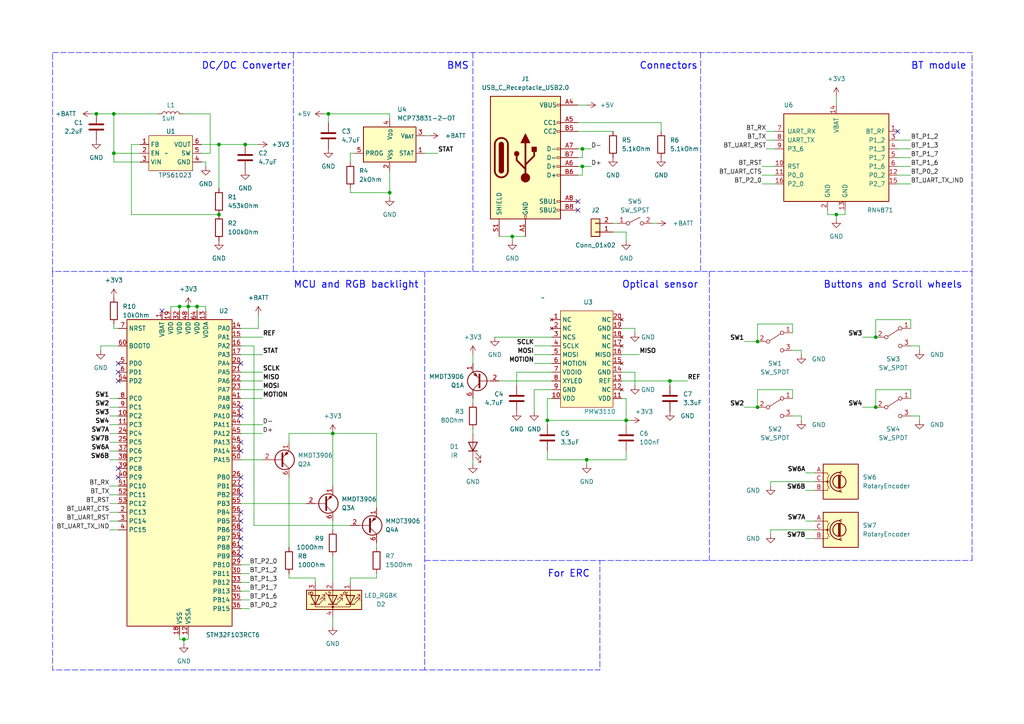
<source format=kicad_sch>
(kicad_sch (version 20230121) (generator eeschema)
  (paper "A4")
  (title_block (title "Gaming Mouse"))
  (lib_symbols
    (symbol "Battery_Management:MCP73831-2-OT"
      (property "Reference" "U" (at -7.62 6.35 0))
      (property "Value" "MCP73831-2-OT" (at 1.27 6.35 0))
      (symbol "MCP73831-2-OT_1_1"
        (pin output line (at 10.16 -2.54 180) (length 2.54) (name "STAT") (number "1"))
        (pin power_in line (at 0 -7.62 90) (length 2.54) (name "V_{SS}") (number "2"))
        (pin power_out line (at 10.16 2.54 180) (length 2.54) (name "V_{BAT}") (number "3"))
        (pin power_in line (at 0 7.62 270) (length 2.54) (name "V_{DD}") (number "4"))
        (pin input line (at -10.16 -2.54 0) (length 2.54) (name "PROG") (number "5"))
      )
    )
    (symbol "Connector:USB_C_Receptacle_USB2.0" (pin_names (offset 1.016))
      (property "Reference" "J" (at -10.16 19.05 0))
      (property "Value" "USB_C_Receptacle_USB2.0" (at 19.05 19.05 0))
      (symbol "USB_C_Receptacle_USB2.0_1_1"
        (pin passive line (at 0 -22.86 90) (length 5.08) (name "GND") (number "A1"))
        (pin passive line (at 0 -22.86 90) (length 5.08) hide (name "GND") (number "A12"))
        (pin passive line (at 15.24 15.24 180) (length 5.08) (name "VBUS") (number "A4"))
        (pin bidirectional line (at 15.24 10.16 180) (length 5.08) (name "CC1") (number "A5"))
        (pin bidirectional line (at 15.24 -2.54 180) (length 5.08) (name "D+") (number "A6"))
        (pin bidirectional line (at 15.24 2.54 180) (length 5.08) (name "D-") (number "A7"))
        (pin bidirectional line (at 15.24 -12.7 180) (length 5.08) (name "SBU1") (number "A8"))
        (pin passive line (at 15.24 15.24 180) (length 5.08) hide (name "VBUS") (number "A9"))
        (pin passive line (at 0 -22.86 90) (length 5.08) hide (name "GND") (number "B1"))
        (pin passive line (at 0 -22.86 90) (length 5.08) hide (name "GND") (number "B12"))
        (pin passive line (at 15.24 15.24 180) (length 5.08) hide (name "VBUS") (number "B4"))
        (pin bidirectional line (at 15.24 7.62 180) (length 5.08) (name "CC2") (number "B5"))
        (pin bidirectional line (at 15.24 -5.08 180) (length 5.08) (name "D+") (number "B6"))
        (pin bidirectional line (at 15.24 0 180) (length 5.08) (name "D-") (number "B7"))
        (pin bidirectional line (at 15.24 -15.24 180) (length 5.08) (name "SBU2") (number "B8"))
        (pin passive line (at 15.24 15.24 180) (length 5.08) hide (name "VBUS") (number "B9"))
        (pin passive line (at -7.62 -22.86 90) (length 5.08) (name "SHIELD") (number "S1"))
      )
    )
    (symbol "Connector_Generic:Conn_01x02" (pin_names (offset 1.016) hide)
      (property "Reference" "J" (at 0 2.54 0))
      (property "Value" "Conn_01x02" (at 0 -5.08 0))
      (symbol "Conn_01x02_1_1"
        (pin passive line (at -5.08 0 0) (length 3.81) (name "Pin_1") (number "1"))
        (pin passive line (at -5.08 -2.54 0) (length 3.81) (name "Pin_2") (number "2"))
      )
    )
    (symbol "Device:C" (pin_numbers hide) (pin_names (offset 0.254))
      (property "Reference" "C" (at 0.635 2.54 0))
      (property "Value" "C" (at 0.635 -2.54 0))
      (symbol "C_1_1"
        (pin passive line (at 0 3.81 270) (length 2.794) (name "~") (number "1"))
        (pin passive line (at 0 -3.81 90) (length 2.794) (name "~") (number "2"))
      )
    )
    (symbol "Device:L" (pin_numbers hide) (pin_names (offset 1.016) hide)
      (property "Reference" "L" (at -1.27 0 90))
      (property "Value" "L" (at 1.905 0 90))
      (symbol "L_1_1"
        (pin passive line (at 0 3.81 270) (length 1.27) (name "1") (number "1"))
        (pin passive line (at 0 -3.81 90) (length 1.27) (name "2") (number "2"))
      )
    )
    (symbol "Device:LED" (pin_numbers hide) (pin_names (offset 1.016) hide)
      (property "Reference" "D" (at 0 2.54 0))
      (property "Value" "LED" (at 0 -2.54 0))
      (symbol "LED_1_1"
        (pin passive line (at -3.81 0 0) (length 2.54) (name "K") (number "1"))
        (pin passive line (at 3.81 0 180) (length 2.54) (name "A") (number "2"))
      )
    )
    (symbol "Device:LED_RGBK" (pin_names (offset 0) hide)
      (property "Reference" "D" (at 0 9.398 0))
      (property "Value" "LED_RGBK" (at 0 -8.89 0))
      (symbol "LED_RGBK_0_0"
        (text "B" (at 1.905 -6.35 0) (effects (font (size 1.27 1.27))))
        (text "G" (at 1.905 -1.27 0) (effects (font (size 1.27 1.27))))
        (text "R" (at 1.905 3.81 0) (effects (font (size 1.27 1.27))))
      )
      (symbol "LED_RGBK_1_1"
        (pin passive line (at 5.08 5.08 180) (length 2.54) (name "RA") (number "1"))
        (pin passive line (at 5.08 0 180) (length 2.54) (name "GA") (number "2"))
        (pin passive line (at 5.08 -5.08 180) (length 2.54) (name "BA") (number "3"))
        (pin passive line (at -5.08 0 0) (length 2.54) (name "K") (number "4"))
      )
    )
    (symbol "Device:R" (pin_numbers hide) (pin_names (offset 0))
      (property "Reference" "R" (at 2.032 0 90))
      (property "Value" "R" (at 0 0 90))
      (symbol "R_1_1"
        (pin passive line (at 0 3.81 270) (length 1.27) (name "~") (number "1"))
        (pin passive line (at 0 -3.81 90) (length 1.27) (name "~") (number "2"))
      )
    )
    (symbol "Device:RotaryEncoder" (pin_names (offset 0.254) hide)
      (property "Reference" "SW" (at 0 6.604 0))
      (property "Value" "RotaryEncoder" (at 0 -6.604 0))
      (symbol "RotaryEncoder_1_1"
        (pin passive line (at -7.62 2.54 0) (length 2.54) (name "A") (number "A"))
        (pin passive line (at -7.62 -2.54 0) (length 2.54) (name "B") (number "B"))
        (pin passive line (at -7.62 0 0) (length 2.54) (name "C") (number "C"))
      )
    )
    (symbol "MCU_ST_STM32F1:STM32F103RCTx"
      (property "Reference" "U" (at -15.24 46.99 0))
      (property "Value" "STM32F103RCTx" (at 10.16 46.99 0))
      (symbol "STM32F103RCTx_1_1"
        (pin power_in line (at -5.08 48.26 270) (length 2.54) (name "VBAT") (number "1"))
        (pin bidirectional line (at -17.78 17.78 0) (length 2.54) (name "PC2") (number "10"))
        (pin bidirectional line (at -17.78 15.24 0) (length 2.54) (name "PC3") (number "11"))
        (pin power_in line (at 2.54 -45.72 90) (length 2.54) (name "VSSA") (number "12"))
        (pin power_in line (at 7.62 48.26 270) (length 2.54) (name "VDDA") (number "13"))
        (pin bidirectional line (at 17.78 43.18 180) (length 2.54) (name "PA0") (number "14"))
        (pin bidirectional line (at 17.78 40.64 180) (length 2.54) (name "PA1") (number "15"))
        (pin bidirectional line (at 17.78 38.1 180) (length 2.54) (name "PA2") (number "16"))
        (pin bidirectional line (at 17.78 35.56 180) (length 2.54) (name "PA3") (number "17"))
        (pin power_in line (at 0 -45.72 90) (length 2.54) (name "VSS") (number "18"))
        (pin power_in line (at -2.54 48.26 270) (length 2.54) (name "VDD") (number "19"))
        (pin bidirectional line (at -17.78 -10.16 0) (length 2.54) (name "PC13") (number "2"))
        (pin bidirectional line (at 17.78 33.02 180) (length 2.54) (name "PA4") (number "20"))
        (pin bidirectional line (at 17.78 30.48 180) (length 2.54) (name "PA5") (number "21"))
        (pin bidirectional line (at 17.78 27.94 180) (length 2.54) (name "PA6") (number "22"))
        (pin bidirectional line (at 17.78 25.4 180) (length 2.54) (name "PA7") (number "23"))
        (pin bidirectional line (at -17.78 12.7 0) (length 2.54) (name "PC4") (number "24"))
        (pin bidirectional line (at -17.78 10.16 0) (length 2.54) (name "PC5") (number "25"))
        (pin bidirectional line (at 17.78 0 180) (length 2.54) (name "PB0") (number "26"))
        (pin bidirectional line (at 17.78 -2.54 180) (length 2.54) (name "PB1") (number "27"))
        (pin bidirectional line (at 17.78 -5.08 180) (length 2.54) (name "PB2") (number "28"))
        (pin bidirectional line (at 17.78 -25.4 180) (length 2.54) (name "PB10") (number "29"))
        (pin bidirectional line (at -17.78 -12.7 0) (length 2.54) (name "PC14") (number "3"))
        (pin bidirectional line (at 17.78 -27.94 180) (length 2.54) (name "PB11") (number "30"))
        (pin passive line (at 0 -45.72 90) (length 2.54) hide (name "VSS") (number "31"))
        (pin power_in line (at 0 48.26 270) (length 2.54) (name "VDD") (number "32"))
        (pin bidirectional line (at 17.78 -30.48 180) (length 2.54) (name "PB12") (number "33"))
        (pin bidirectional line (at 17.78 -33.02 180) (length 2.54) (name "PB13") (number "34"))
        (pin bidirectional line (at 17.78 -35.56 180) (length 2.54) (name "PB14") (number "35"))
        (pin bidirectional line (at 17.78 -38.1 180) (length 2.54) (name "PB15") (number "36"))
        (pin bidirectional line (at -17.78 7.62 0) (length 2.54) (name "PC6") (number "37"))
        (pin bidirectional line (at -17.78 5.08 0) (length 2.54) (name "PC7") (number "38"))
        (pin bidirectional line (at -17.78 2.54 0) (length 2.54) (name "PC8") (number "39"))
        (pin bidirectional line (at -17.78 -15.24 0) (length 2.54) (name "PC15") (number "4"))
        (pin bidirectional line (at -17.78 0 0) (length 2.54) (name "PC9") (number "40"))
        (pin bidirectional line (at 17.78 22.86 180) (length 2.54) (name "PA8") (number "41"))
        (pin bidirectional line (at 17.78 20.32 180) (length 2.54) (name "PA9") (number "42"))
        (pin bidirectional line (at 17.78 17.78 180) (length 2.54) (name "PA10") (number "43"))
        (pin bidirectional line (at 17.78 15.24 180) (length 2.54) (name "PA11") (number "44"))
        (pin bidirectional line (at 17.78 12.7 180) (length 2.54) (name "PA12") (number "45"))
        (pin bidirectional line (at 17.78 10.16 180) (length 2.54) (name "PA13") (number "46"))
        (pin passive line (at 0 -45.72 90) (length 2.54) hide (name "VSS") (number "47"))
        (pin power_in line (at 2.54 48.26 270) (length 2.54) (name "VDD") (number "48"))
        (pin bidirectional line (at 17.78 7.62 180) (length 2.54) (name "PA14") (number "49"))
        (pin bidirectional line (at -17.78 33.02 0) (length 2.54) (name "PD0") (number "5"))
        (pin bidirectional line (at 17.78 5.08 180) (length 2.54) (name "PA15") (number "50"))
        (pin bidirectional line (at -17.78 -2.54 0) (length 2.54) (name "PC10") (number "51"))
        (pin bidirectional line (at -17.78 -5.08 0) (length 2.54) (name "PC11") (number "52"))
        (pin bidirectional line (at -17.78 -7.62 0) (length 2.54) (name "PC12") (number "53"))
        (pin bidirectional line (at -17.78 27.94 0) (length 2.54) (name "PD2") (number "54"))
        (pin bidirectional line (at 17.78 -7.62 180) (length 2.54) (name "PB3") (number "55"))
        (pin bidirectional line (at 17.78 -10.16 180) (length 2.54) (name "PB4") (number "56"))
        (pin bidirectional line (at 17.78 -12.7 180) (length 2.54) (name "PB5") (number "57"))
        (pin bidirectional line (at 17.78 -15.24 180) (length 2.54) (name "PB6") (number "58"))
        (pin bidirectional line (at 17.78 -17.78 180) (length 2.54) (name "PB7") (number "59"))
        (pin bidirectional line (at -17.78 30.48 0) (length 2.54) (name "PD1") (number "6"))
        (pin input line (at -17.78 38.1 0) (length 2.54) (name "BOOT0") (number "60"))
        (pin bidirectional line (at 17.78 -20.32 180) (length 2.54) (name "PB8") (number "61"))
        (pin bidirectional line (at 17.78 -22.86 180) (length 2.54) (name "PB9") (number "62"))
        (pin passive line (at 0 -45.72 90) (length 2.54) hide (name "VSS") (number "63"))
        (pin power_in line (at 5.08 48.26 270) (length 2.54) (name "VDD") (number "64"))
        (pin input line (at -17.78 43.18 0) (length 2.54) (name "NRST") (number "7"))
        (pin bidirectional line (at -17.78 22.86 0) (length 2.54) (name "PC0") (number "8"))
        (pin bidirectional line (at -17.78 20.32 0) (length 2.54) (name "PC1") (number "9"))
      )
    )
    (symbol "PMW3110:PMW3110"
      (property "Reference" "U" (at 12.7 -2.54 0))
      (symbol "PMW3110_1_1"
        (text "PMW3110" (at 16.51 -33.02 0) (effects (font (size 1.27 1.27))))
        (pin no_connect line (at 2.54 -6.35 0) (length 2.54) (name "NC") (number "1"))
        (pin power_in line (at 2.54 -29.21 0) (length 2.54) (name "VDD") (number "10"))
        (pin power_in line (at 22.86 -29.21 180) (length 2.54) (name "VDD") (number "11"))
        (pin no_connect line (at 22.86 -26.67 180) (length 2.54) (name "NC") (number "12"))
        (pin power_out line (at 22.86 -24.13 180) (length 2.54) (name "REF") (number "13"))
        (pin passive line (at 22.86 -21.59 180) (length 2.54) (name "GND") (number "14"))
        (pin no_connect line (at 22.86 -19.05 180) (length 2.54) (name "NC") (number "15"))
        (pin output line (at 22.86 -16.51 180) (length 2.54) (name "MISO") (number "16"))
        (pin no_connect line (at 22.86 -13.97 180) (length 2.54) (name "NC") (number "17"))
        (pin no_connect line (at 22.86 -11.43 180) (length 2.54) (name "NC") (number "18"))
        (pin passive line (at 22.86 -8.89 180) (length 2.54) (name "GND") (number "19"))
        (pin no_connect line (at 2.54 -8.89 0) (length 2.54) (name "NC") (number "2"))
        (pin no_connect line (at 22.86 -6.35 180) (length 2.54) (name "NC") (number "20"))
        (pin input line (at 2.54 -11.43 0) (length 2.54) (name "NCS") (number "3"))
        (pin input line (at 2.54 -13.97 0) (length 2.54) (name "SCLK") (number "4"))
        (pin input line (at 2.54 -16.51 0) (length 2.54) (name "MOSI") (number "5"))
        (pin output line (at 2.54 -19.05 0) (length 2.54) (name "MOTION") (number "6"))
        (pin power_in line (at 2.54 -21.59 0) (length 2.54) (name "VDDIO") (number "7"))
        (pin output line (at 2.54 -24.13 0) (length 2.54) (name "XYLED") (number "8"))
        (pin passive line (at 2.54 -26.67 0) (length 2.54) (name "GND") (number "9"))
      )
    )
    (symbol "RF_Bluetooth:RN4871" (pin_names (offset 1.016))
      (property "Reference" "U" (at -12.7 13.97 0))
      (property "Value" "RN4871" (at 11.43 -15.24 0))
      (symbol "RN4871_1_1"
        (pin output line (at 17.78 7.62 180) (length 2.54) (name "BT_RF") (number "1"))
        (pin input line (at -17.78 -2.54 0) (length 2.54) (name "RST") (number "10"))
        (pin bidirectional line (at -17.78 -5.08 0) (length 2.54) (name "P0_0") (number "11"))
        (pin bidirectional line (at 17.78 -5.08 180) (length 2.54) (name "P0_2") (number "12"))
        (pin power_in line (at 2.54 -15.24 90) (length 2.54) (name "GND") (number "13"))
        (pin power_in line (at 0 15.24 270) (length 2.54) (name "VBAT") (number "14"))
        (pin bidirectional line (at 17.78 -7.62 180) (length 2.54) (name "P2_7") (number "15"))
        (pin input line (at -17.78 -7.62 0) (length 2.54) (name "P2_0") (number "16"))
        (pin power_in line (at -2.54 -15.24 90) (length 2.54) (name "GND") (number "2"))
        (pin bidirectional line (at 17.78 5.08 180) (length 2.54) (name "P1_2") (number "3"))
        (pin bidirectional line (at 17.78 2.54 180) (length 2.54) (name "P1_3") (number "4"))
        (pin bidirectional line (at 17.78 0 180) (length 2.54) (name "P1_7") (number "5"))
        (pin bidirectional line (at 17.78 -2.54 180) (length 2.54) (name "P1_6") (number "6"))
        (pin input line (at -17.78 7.62 0) (length 2.54) (name "UART_RX") (number "7"))
        (pin output line (at -17.78 5.08 0) (length 2.54) (name "UART_TX") (number "8"))
        (pin bidirectional line (at -17.78 2.54 0) (length 2.54) (name "P3_6") (number "9"))
      )
    )
    (symbol "Switch:SW_SPDT" (pin_names (offset 0) hide)
      (property "Reference" "SW" (at 0 4.318 0))
      (property "Value" "SW_SPDT" (at 0 -5.08 0))
      (symbol "SW_SPDT_1_1"
        (pin passive line (at 5.08 2.54 180) (length 2.54) (name "A") (number "1"))
        (pin passive line (at -5.08 0 0) (length 2.54) (name "B") (number "2"))
        (pin passive line (at 5.08 -2.54 180) (length 2.54) (name "C") (number "3"))
      )
    )
    (symbol "Switch:SW_SPST" (pin_names (offset 0) hide)
      (property "Reference" "SW" (at 0 3.175 0))
      (property "Value" "SW_SPST" (at 0 -2.54 0))
      (symbol "SW_SPST_1_1"
        (pin passive line (at -5.08 0 0) (length 2.54) (name "A") (number "1"))
        (pin passive line (at 5.08 0 180) (length 2.54) (name "B") (number "2"))
      )
    )
    (symbol "TPS61023DCDCConverter:TPS61023"
      (property "Reference" "U" (at 7.62 0 0))
      (symbol "TPS61023_1_1"
        (text "TPS61023" (at 8.89 -12.7 0) (effects (font (size 1.27 1.27))))
        (pin input line (at -1.27 -3.81 0) (length 2.54) (name "FB") (number "1"))
        (pin input line (at -1.27 -6.35 0) (length 2.54) (name "EN") (number "2"))
        (pin power_in line (at -1.27 -8.89 0) (length 2.54) (name "VIN") (number "3"))
        (pin passive line (at 16.51 -8.89 180) (length 2.54) (name "GND") (number "4"))
        (pin input line (at 16.51 -6.35 180) (length 2.54) (name "SW") (number "5"))
        (pin power_out line (at 16.51 -3.81 180) (length 2.54) (name "VOUT") (number "6"))
      )
    )
    (symbol "Transistor_BJT:MMDT3906" (pin_names (offset 0) hide)
      (property "Reference" "Q" (at 5.08 1.27 0))
      (property "Value" "MMDT3906" (at 5.08 -1.27 0))
      (symbol "MMDT3906_1_1"
        (pin passive line (at 2.54 -5.08 90) (length 2.54) (name "E1") (number "1"))
        (pin input line (at -5.08 0 0) (length 2.54) (name "B1") (number "2"))
        (pin passive line (at 2.54 5.08 270) (length 2.54) (name "C1") (number "6"))
      )
      (symbol "MMDT3906_2_1"
        (pin passive line (at 2.54 5.08 270) (length 2.54) (name "C2") (number "3"))
        (pin passive line (at 2.54 -5.08 90) (length 2.54) (name "E2") (number "4"))
        (pin input line (at -5.08 0 0) (length 2.54) (name "B2") (number "5"))
      )
    )
    (symbol "power:+3V3" (power) (pin_names (offset 0))
      (property "Value" "+3V3" (at 0 3.556 0))
      (symbol "+3V3_1_1"
        (pin power_in line (at 0 0 90) (length 0) hide (name "+3V3") (number "1"))
      )
    )
    (symbol "power:+5V" (power) (pin_names (offset 0))
      (property "Value" "+5V" (at 0 3.556 0))
      (symbol "+5V_1_1"
        (pin power_in line (at 0 0 90) (length 0) hide (name "+5V") (number "1"))
      )
    )
    (symbol "power:+BATT" (power) (pin_names (offset 0))
      (property "Value" "+BATT" (at 0 3.556 0))
      (symbol "+BATT_1_1"
        (pin power_in line (at 0 0 90) (length 0) hide (name "+BATT") (number "1"))
      )
    )
    (symbol "power:GND" (power) (pin_names (offset 0))
      (property "Value" "GND" (at 0 -3.81 0))
      (symbol "GND_1_1"
        (pin power_in line (at 0 0 270) (length 0) hide (name "GND") (number "1"))
      )
    )
  )
  (junction (at 57.15 88.9))
  (junction (at 33.02 44.45))
  (junction (at 95.25 33.02))
  (junction (at 63.5 62.23))
  (junction (at 170.18 133.35))
  (junction (at 219.71 99.06))
  (junction (at 168.91 48.26))
  (junction (at 53.34 185.42))
  (junction (at 113.03 55.88))
  (junction (at 194.31 110.49))
  (junction (at 54.61 88.9))
  (junction (at 158.75 121.92))
  (junction (at 254 97.79))
  (junction (at 148.59 68.58))
  (junction (at 96.52 125.73))
  (junction (at 52.07 88.9))
  (junction (at 63.5 41.91))
  (junction (at 27.94 33.02))
  (junction (at 219.71 118.11))
  (junction (at 242.57 62.23))
  (junction (at 254 118.11))
  (junction (at 33.02 33.02))
  (junction (at 168.91 43.18))
  (junction (at 71.12 41.91))
  (junction (at 181.61 121.92))
  (no_connect (at 69.85 151.13))
  (no_connect (at 69.85 105.41))
  (no_connect (at 260.35 38.1))
  (no_connect (at 34.29 105.41))
  (no_connect (at 69.85 140.97))
  (no_connect (at 69.85 158.75))
  (no_connect (at 69.85 128.27))
  (no_connect (at 69.85 130.81))
  (no_connect (at 34.29 110.49))
  (no_connect (at 46.99 90.17))
  (no_connect (at 34.29 107.95))
  (no_connect (at 69.85 153.67))
  (no_connect (at 69.85 143.51))
  (no_connect (at 34.29 135.89))
  (no_connect (at 69.85 148.59))
  (no_connect (at 167.64 60.96))
  (no_connect (at 69.85 120.65))
  (no_connect (at 167.64 58.42))
  (no_connect (at 69.85 156.21))
  (no_connect (at 69.85 138.43))
  (no_connect (at 34.29 138.43))
  (no_connect (at 69.85 118.11))
  (no_connect (at 69.85 161.29))
  (wire (pts (xy 236.22 153.67) (xy 223.52 153.67)))
  (wire (pts (xy 69.85 115.57) (xy 76.2 115.57)))
  (wire (pts (xy 54.61 185.42) (xy 53.34 185.42)))
  (wire (pts (xy 52.07 88.9) (xy 54.61 88.9)))
  (wire (pts (xy 220.98 53.34) (xy 224.79 53.34)))
  (wire (pts (xy 69.85 100.33) (xy 73.66 100.33)))
  (wire (pts (xy 31.75 143.51) (xy 34.29 143.51)))
  (wire (pts (xy 96.52 179.07) (xy 96.52 181.61)))
  (wire (pts (xy 93.98 33.02) (xy 95.25 33.02)))
  (wire (pts (xy 220.98 48.26) (xy 224.79 48.26)))
  (wire (pts (xy 57.15 88.9) (xy 57.15 90.17)))
  (wire (pts (xy 168.91 43.18) (xy 171.45 43.18)))
  (wire (pts (xy 232.41 101.6) (xy 232.41 102.87)))
  (wire (pts (xy 181.61 115.57) (xy 180.34 115.57)))
  (polyline (pts (xy 123.19 194.31) (xy 15.24 194.31)) (stroke (width 0) (type dash) (color 0 0 255 1)))
  (wire (pts (xy 109.22 157.48) (xy 109.22 158.75)))
  (wire (pts (xy 69.85 173.99) (xy 72.39 173.99)))
  (polyline (pts (xy 173.99 162.56) (xy 281.94 162.56)) (stroke (width 0) (type dash) (color 0 0 255 1)))
  (wire (pts (xy 191.77 35.56) (xy 167.64 35.56)))
  (wire (pts (xy 167.64 45.72) (xy 168.91 45.72)))
  (wire (pts (xy 168.91 45.72) (xy 168.91 43.18)))
  (wire (pts (xy 223.52 139.7) (xy 223.52 140.97)))
  (wire (pts (xy 219.71 113.03) (xy 219.71 118.11)))
  (wire (pts (xy 170.18 133.35) (xy 181.61 133.35)))
  (wire (pts (xy 124.46 39.37) (xy 123.19 39.37)))
  (wire (pts (xy 260.35 40.64) (xy 264.16 40.64)))
  (wire (pts (xy 180.34 95.25) (xy 184.15 95.25)))
  (wire (pts (xy 26.67 33.02) (xy 27.94 33.02)))
  (wire (pts (xy 31.75 146.05) (xy 34.29 146.05)))
  (wire (pts (xy 180.34 107.95) (xy 184.15 107.95)))
  (wire (pts (xy 181.61 115.57) (xy 181.61 121.92)))
  (wire (pts (xy 233.68 142.24) (xy 236.22 142.24)))
  (wire (pts (xy 31.75 153.67) (xy 34.29 153.67)))
  (wire (pts (xy 250.19 97.79) (xy 254 97.79)))
  (wire (pts (xy 264.16 95.25) (xy 264.16 92.71)))
  (wire (pts (xy 242.57 62.23) (xy 242.57 63.5)))
  (wire (pts (xy 260.35 48.26) (xy 264.16 48.26)))
  (wire (pts (xy 158.75 115.57) (xy 160.02 115.57)))
  (wire (pts (xy 31.75 140.97) (xy 34.29 140.97)))
  (wire (pts (xy 148.59 68.58) (xy 152.4 68.58)))
  (wire (pts (xy 27.94 33.02) (xy 33.02 33.02)))
  (polyline (pts (xy 137.16 15.24) (xy 137.16 78.74)) (stroke (width 0) (type dash) (color 0 0 255 1)))
  (polyline (pts (xy 203.2 15.24) (xy 203.2 78.74)) (stroke (width 0) (type dash) (color 0 0 255 1)))
  (wire (pts (xy 181.61 130.81) (xy 181.61 133.35)))
  (wire (pts (xy 109.22 167.64) (xy 101.6 167.64)))
  (wire (pts (xy 266.7 120.65) (xy 266.7 121.92)))
  (wire (pts (xy 31.75 125.73) (xy 34.29 125.73)))
  (wire (pts (xy 69.85 97.79) (xy 76.2 97.79)))
  (wire (pts (xy 229.87 93.98) (xy 219.71 93.98)))
  (wire (pts (xy 60.96 33.02) (xy 53.34 33.02)))
  (wire (pts (xy 158.75 115.57) (xy 158.75 121.92)))
  (wire (pts (xy 113.03 55.88) (xy 113.03 49.53)))
  (wire (pts (xy 59.69 88.9) (xy 57.15 88.9)))
  (wire (pts (xy 220.98 50.8) (xy 224.79 50.8)))
  (wire (pts (xy 60.96 44.45) (xy 60.96 33.02)))
  (wire (pts (xy 31.75 148.59) (xy 34.29 148.59)))
  (polyline (pts (xy 15.24 78.74) (xy 15.24 194.31)) (stroke (width 0) (type dash) (color 0 0 255 1)))
  (wire (pts (xy 31.75 123.19) (xy 34.29 123.19)))
  (wire (pts (xy 194.31 110.49) (xy 194.31 111.76)))
  (wire (pts (xy 53.34 185.42) (xy 52.07 185.42)))
  (wire (pts (xy 229.87 96.52) (xy 229.87 93.98)))
  (wire (pts (xy 83.82 125.73) (xy 83.82 128.27)))
  (wire (pts (xy 242.57 62.23) (xy 245.11 62.23)))
  (wire (pts (xy 69.85 95.25) (xy 74.93 95.25)))
  (wire (pts (xy 266.7 100.33) (xy 266.7 101.6)))
  (wire (pts (xy 69.85 125.73) (xy 76.2 125.73)))
  (wire (pts (xy 69.85 102.87) (xy 76.2 102.87)))
  (wire (pts (xy 260.35 53.34) (xy 264.16 53.34)))
  (wire (pts (xy 233.68 156.21) (xy 236.22 156.21)))
  (wire (pts (xy 109.22 147.32) (xy 109.22 125.73)))
  (wire (pts (xy 63.5 41.91) (xy 63.5 54.61)))
  (wire (pts (xy 158.75 121.92) (xy 181.61 121.92)))
  (wire (pts (xy 168.91 50.8) (xy 168.91 48.26)))
  (wire (pts (xy 233.68 151.13) (xy 236.22 151.13)))
  (wire (pts (xy 180.34 102.87) (xy 185.42 102.87)))
  (wire (pts (xy 181.61 121.92) (xy 182.88 121.92)))
  (wire (pts (xy 240.03 60.96) (xy 240.03 62.23)))
  (wire (pts (xy 52.07 185.42) (xy 52.07 184.15)))
  (polyline (pts (xy 123.19 78.74) (xy 123.19 162.56)) (stroke (width 0) (type dash) (color 0 0 255 1)))
  (wire (pts (xy 170.18 134.62) (xy 170.18 133.35)))
  (wire (pts (xy 167.64 50.8) (xy 168.91 50.8)))
  (wire (pts (xy 31.75 130.81) (xy 34.29 130.81)))
  (wire (pts (xy 215.9 99.06) (xy 219.71 99.06)))
  (wire (pts (xy 109.22 166.37) (xy 109.22 167.64)))
  (wire (pts (xy 53.34 185.42) (xy 53.34 186.69)))
  (wire (pts (xy 180.34 110.49) (xy 194.31 110.49)))
  (wire (pts (xy 137.16 102.87) (xy 137.16 105.41)))
  (wire (pts (xy 83.82 125.73) (xy 96.52 125.73)))
  (wire (pts (xy 229.87 113.03) (xy 219.71 113.03)))
  (wire (pts (xy 181.61 67.31) (xy 181.61 69.85)))
  (wire (pts (xy 31.75 120.65) (xy 34.29 120.65)))
  (wire (pts (xy 260.35 43.18) (xy 264.16 43.18)))
  (wire (pts (xy 167.64 43.18) (xy 168.91 43.18)))
  (polyline (pts (xy 205.74 78.74) (xy 205.74 162.56)) (stroke (width 0) (type dash) (color 0 0 255 1)))
  (wire (pts (xy 229.87 115.57) (xy 229.87 113.03)))
  (wire (pts (xy 69.85 146.05) (xy 88.9 146.05)))
  (wire (pts (xy 242.57 27.94) (xy 242.57 30.48)))
  (wire (pts (xy 38.1 41.91) (xy 38.1 62.23)))
  (wire (pts (xy 264.16 100.33) (xy 266.7 100.33)))
  (wire (pts (xy 167.64 38.1) (xy 177.8 38.1)))
  (wire (pts (xy 33.02 95.25) (xy 34.29 95.25)))
  (wire (pts (xy 74.93 95.25) (xy 74.93 91.44)))
  (wire (pts (xy 49.53 88.9) (xy 52.07 88.9)))
  (wire (pts (xy 101.6 55.88) (xy 113.03 55.88)))
  (wire (pts (xy 194.31 110.49) (xy 199.39 110.49)))
  (wire (pts (xy 184.15 107.95) (xy 184.15 111.76)))
  (wire (pts (xy 31.75 151.13) (xy 34.29 151.13)))
  (wire (pts (xy 58.42 41.91) (xy 63.5 41.91)))
  (wire (pts (xy 73.66 152.4) (xy 101.6 152.4)))
  (wire (pts (xy 58.42 44.45) (xy 60.96 44.45)))
  (wire (pts (xy 69.85 107.95) (xy 76.2 107.95)))
  (wire (pts (xy 40.64 44.45) (xy 33.02 44.45)))
  (wire (pts (xy 260.35 50.8) (xy 264.16 50.8)))
  (wire (pts (xy 54.61 88.9) (xy 54.61 90.17)))
  (wire (pts (xy 264.16 92.71) (xy 254 92.71)))
  (wire (pts (xy 254 92.71) (xy 254 97.79)))
  (wire (pts (xy 177.8 67.31) (xy 181.61 67.31)))
  (wire (pts (xy 101.6 46.99) (xy 101.6 44.45)))
  (wire (pts (xy 109.22 125.73) (xy 96.52 125.73)))
  (wire (pts (xy 232.41 120.65) (xy 232.41 121.92)))
  (wire (pts (xy 40.64 41.91) (xy 38.1 41.91)))
  (wire (pts (xy 158.75 130.81) (xy 158.75 133.35)))
  (wire (pts (xy 69.85 171.45) (xy 72.39 171.45)))
  (wire (pts (xy 149.86 107.95) (xy 160.02 107.95)))
  (wire (pts (xy 33.02 33.02) (xy 45.72 33.02)))
  (wire (pts (xy 83.82 166.37) (xy 83.82 167.64)))
  (wire (pts (xy 38.1 62.23) (xy 63.5 62.23)))
  (wire (pts (xy 245.11 62.23) (xy 245.11 60.96)))
  (wire (pts (xy 144.78 68.58) (xy 148.59 68.58)))
  (wire (pts (xy 101.6 44.45) (xy 102.87 44.45)))
  (polyline (pts (xy 281.94 162.56) (xy 281.94 78.74)) (stroke (width 0) (type dash) (color 0 0 255 1)))
  (wire (pts (xy 223.52 153.67) (xy 223.52 154.94)))
  (wire (pts (xy 83.82 138.43) (xy 83.82 158.75)))
  (polyline (pts (xy 85.09 15.24) (xy 85.09 78.74)) (stroke (width 0) (type dash) (color 0 0 255 1)))
  (wire (pts (xy 71.12 41.91) (xy 74.93 41.91)))
  (wire (pts (xy 31.75 118.11) (xy 34.29 118.11)))
  (wire (pts (xy 181.61 121.92) (xy 181.61 123.19)))
  (wire (pts (xy 33.02 46.99) (xy 33.02 44.45)))
  (wire (pts (xy 69.85 110.49) (xy 76.2 110.49)))
  (wire (pts (xy 154.94 105.41) (xy 160.02 105.41)))
  (wire (pts (xy 229.87 101.6) (xy 232.41 101.6)))
  (wire (pts (xy 158.75 133.35) (xy 170.18 133.35)))
  (wire (pts (xy 29.21 100.33) (xy 34.29 100.33)))
  (wire (pts (xy 177.8 64.77) (xy 179.07 64.77)))
  (wire (pts (xy 63.5 41.91) (xy 71.12 41.91)))
  (wire (pts (xy 137.16 124.46) (xy 137.16 125.73)))
  (wire (pts (xy 260.35 45.72) (xy 264.16 45.72)))
  (wire (pts (xy 40.64 46.99) (xy 33.02 46.99)))
  (wire (pts (xy 57.15 88.9) (xy 54.61 88.9)))
  (wire (pts (xy 149.86 111.76) (xy 149.86 107.95)))
  (wire (pts (xy 96.52 140.97) (xy 96.52 125.73)))
  (wire (pts (xy 101.6 55.88) (xy 101.6 54.61)))
  (wire (pts (xy 222.25 38.1) (xy 224.79 38.1)))
  (wire (pts (xy 69.85 176.53) (xy 72.39 176.53)))
  (wire (pts (xy 222.25 40.64) (xy 224.79 40.64)))
  (wire (pts (xy 215.9 118.11) (xy 219.71 118.11)))
  (wire (pts (xy 49.53 90.17) (xy 49.53 88.9)))
  (wire (pts (xy 33.02 44.45) (xy 33.02 33.02)))
  (wire (pts (xy 31.75 133.35) (xy 34.29 133.35)))
  (wire (pts (xy 31.75 115.57) (xy 34.29 115.57)))
  (wire (pts (xy 137.16 133.35) (xy 137.16 134.62)))
  (wire (pts (xy 167.64 48.26) (xy 168.91 48.26)))
  (wire (pts (xy 73.66 100.33) (xy 73.66 152.4)))
  (wire (pts (xy 29.21 101.6) (xy 29.21 100.33)))
  (wire (pts (xy 69.85 133.35) (xy 76.2 133.35)))
  (wire (pts (xy 33.02 93.98) (xy 33.02 95.25)))
  (wire (pts (xy 264.16 120.65) (xy 266.7 120.65)))
  (wire (pts (xy 31.75 128.27) (xy 34.29 128.27)))
  (wire (pts (xy 184.15 95.25) (xy 184.15 96.52)))
  (wire (pts (xy 222.25 43.18) (xy 224.79 43.18)))
  (wire (pts (xy 52.07 88.9) (xy 52.07 90.17)))
  (wire (pts (xy 254 113.03) (xy 254 118.11)))
  (wire (pts (xy 123.19 44.45) (xy 127 44.45)))
  (wire (pts (xy 69.85 163.83) (xy 72.39 163.83)))
  (wire (pts (xy 113.03 34.29) (xy 113.03 33.02)))
  (wire (pts (xy 264.16 115.57) (xy 264.16 113.03)))
  (wire (pts (xy 144.78 110.49) (xy 160.02 110.49)))
  (wire (pts (xy 250.19 118.11) (xy 254 118.11)))
  (wire (pts (xy 91.44 167.64) (xy 91.44 168.91)))
  (wire (pts (xy 167.64 30.48) (xy 170.18 30.48)))
  (wire (pts (xy 229.87 120.65) (xy 232.41 120.65)))
  (wire (pts (xy 113.03 33.02) (xy 95.25 33.02)))
  (wire (pts (xy 101.6 167.64) (xy 101.6 168.91)))
  (wire (pts (xy 191.77 38.1) (xy 191.77 35.56)))
  (wire (pts (xy 143.51 97.79) (xy 160.02 97.79)))
  (wire (pts (xy 83.82 167.64) (xy 91.44 167.64)))
  (wire (pts (xy 69.85 168.91) (xy 72.39 168.91)))
  (wire (pts (xy 148.59 68.58) (xy 148.59 69.85)))
  (wire (pts (xy 69.85 113.03) (xy 76.2 113.03)))
  (wire (pts (xy 168.91 48.26) (xy 171.45 48.26)))
  (wire (pts (xy 137.16 115.57) (xy 137.16 116.84)))
  (wire (pts (xy 95.25 33.02) (xy 95.25 35.56)))
  (wire (pts (xy 264.16 113.03) (xy 254 113.03)))
  (wire (pts (xy 154.94 102.87) (xy 160.02 102.87)))
  (wire (pts (xy 96.52 151.13) (xy 96.52 153.67)))
  (wire (pts (xy 158.75 123.19) (xy 158.75 121.92)))
  (wire (pts (xy 154.94 113.03) (xy 154.94 119.38)))
  (wire (pts (xy 69.85 123.19) (xy 76.2 123.19)))
  (wire (pts (xy 233.68 137.16) (xy 236.22 137.16)))
  (wire (pts (xy 189.23 64.77) (xy 190.5 64.77)))
  (wire (pts (xy 59.69 90.17) (xy 59.69 88.9)))
  (wire (pts (xy 96.52 161.29) (xy 96.52 168.91)))
  (wire (pts (xy 54.61 184.15) (xy 54.61 185.42)))
  (wire (pts (xy 59.69 46.99) (xy 59.69 48.26)))
  (wire (pts (xy 113.03 55.88) (xy 113.03 57.15)))
  (wire (pts (xy 236.22 139.7) (xy 223.52 139.7)))
  (wire (pts (xy 219.71 93.98) (xy 219.71 99.06)))
  (wire (pts (xy 69.85 166.37) (xy 72.39 166.37)))
  (wire (pts (xy 58.42 46.99) (xy 59.69 46.99)))
  (wire (pts (xy 240.03 62.23) (xy 242.57 62.23)))
  (wire (pts (xy 154.94 100.33) (xy 160.02 100.33)))
  (wire (pts (xy 160.02 113.03) (xy 154.94 113.03)))
  (rectangle (start 15.24 15.24) (end 281.94 78.74) (stroke (width 0) (type dash) (color 0 0 255 1)))
  (rectangle (start 123.19 162.56) (end 173.99 194.31) (stroke (width 0) (type dash) (color 0 0 255 1)))
  (text "MCU and RGB backlight\n" (at 85.09 83.82 0) (effects (font (size 2 2) (thickness 0.254) bold) (justify left bottom)))
  (text "Connectors\n" (at 185.42 20.32 0) (effects (font (size 2 2) (thickness 0.254) bold) (justify left bottom)))
  (text "For ERC" (at 158.75 167.64 0) (effects (font (size 2 2) (thickness 0.254) bold) (justify left bottom)))
  (text "BMS\n" (at 129.54 20.32 0) (effects (font (size 2 2) (thickness 0.254) bold) (justify left bottom)))
  (text "DC/DC Converter" (at 58.42 20.32 0) (effects (font (size 2 2) (thickness 0.254) bold) (justify left bottom)))
  (text "Buttons and Scroll wheels" (at 238.76 83.82 0) (effects (font (size 2 2) (thickness 0.254) bold) (justify left bottom)))
  (text "Optical sensor\n" (at 180.34 83.82 0) (effects (font (size 2 2) (thickness 0.254) bold) (justify left bottom)))
  (text "BT module" (at 264.16 20.32 0) (effects (font (size 2 2) (thickness 0.254) bold) (justify left bottom)))
  (label "D+" (at 76.2 125.73 0))
  (label "BT_RX" (at 31.75 140.97 180))
  (label "MISO" (at 185.42 102.87 0) (effects (font bold)))
  (label "BT_UART_TX_IND" (at 31.75 153.67 180))
  (label "SW6B" (at 31.75 133.35 180) (effects (font bold)))
  (label "BT_P2_0" (at 72.39 163.83 0))
  (label "SW3" (at 31.75 120.65 180) (effects (font bold)))
  (label "SW4" (at 250.19 118.11 180) (effects (font bold)))
  (label "STAT" (at 127 44.45 0) (effects (font bold)))
  (label "BT_P1_7" (at 72.39 171.45 0))
  (label "SW3" (at 250.19 97.79 180) (effects (font bold)))
  (label "BT_RST" (at 31.75 146.05 180))
  (label "BT_UART_CTS" (at 220.98 50.8 180))
  (label "BT_UART_CTS" (at 31.75 148.59 180))
  (label "BT_P0_2" (at 264.16 50.8 0))
  (label "BT_P1_2" (at 72.39 166.37 0))
  (label "SW7A" (at 31.75 125.73 180) (effects (font bold)))
  (label "BT_P2_0" (at 220.98 53.34 180))
  (label "SW6A" (at 31.75 130.81 180) (effects (font bold)))
  (label "BT_RX" (at 222.25 38.1 180))
  (label "D-" (at 76.2 123.19 0))
  (label "BT_P1_6" (at 264.16 48.26 0))
  (label "STAT" (at 76.2 102.87 0) (effects (font bold)))
  (label "SCLK" (at 154.94 100.33 180) (effects (font bold)))
  (label "BT_P1_3" (at 72.39 168.91 0))
  (label "SW7B" (at 31.75 128.27 180) (effects (font bold)))
  (label "BT_TX" (at 31.75 143.51 180))
  (label "SW4" (at 31.75 123.19 180) (effects (font bold)))
  (label "SW2" (at 31.75 118.11 180) (effects (font bold)))
  (label "BT_RST" (at 220.98 48.26 180))
  (label "MOTION" (at 76.2 115.57 0) (effects (font bold)))
  (label "REF" (at 76.2 97.79 0) (effects (font bold)))
  (label "SW7A" (at 233.68 151.13 180) (effects (font bold)))
  (label "SW6B" (at 233.68 142.24 180) (effects (font bold)))
  (label "BT_UART_RST" (at 222.25 43.18 180))
  (label "BT_UART_RST" (at 31.75 151.13 180))
  (label "REF" (at 199.39 110.49 0) (effects (font bold)))
  (label "BT_UART_TX_IND" (at 264.16 53.34 0))
  (label "BT_P1_7" (at 264.16 45.72 0))
  (label "SW2" (at 215.9 118.11 180) (effects (font bold)))
  (label "SW1" (at 31.75 115.57 180) (effects (font bold)))
  (label "SCLK" (at 76.2 107.95 0) (effects (font bold)))
  (label "BT_P1_2" (at 264.16 40.64 0))
  (label "SW7B" (at 233.68 156.21 180) (effects (font bold)))
  (label "MOTION" (at 154.94 105.41 180) (effects (font bold)))
  (label "MISO" (at 76.2 110.49 0) (effects (font bold)))
  (label "D+" (at 171.45 48.26 0))
  (label "BT_P1_6" (at 72.39 173.99 0))
  (label "SW1" (at 215.9 99.06 180) (effects (font bold)))
  (label "MOSI" (at 154.94 102.87 180) (effects (font bold)))
  (label "D-" (at 171.45 43.18 0))
  (label "MOSI" (at 76.2 113.03 0) (effects (font bold)))
  (label "SW6A" (at 233.68 137.16 180) (effects (font bold)))
  (label "BT_P0_2" (at 72.39 176.53 0))
  (label "BT_TX" (at 222.25 40.64 180))
  (label "BT_P1_3" (at 264.16 43.18 0))
  (symbol (lib_id "power:GND") (at 137.16 134.62 0) (unit 1)
    (property "Reference" "#PWR08" (effects hide))
    (property "Value" "GND" (at 137.16 139.7 0))
  )
  (symbol (lib_id "power:+BATT") (at 74.93 91.44 0) (mirror y) (unit 1)
    (property "Reference" "#PWR035" (effects hide))
    (property "Value" "+BATT" (at 74.93 86.36 0))
  )
  (symbol (lib_id "Switch:SW_SPDT") (at 224.79 118.11 0) (unit 1)
    (property "Reference" "SW2" (at 224.79 124.46 0))
    (property "Value" "SW_SPDT" (at 224.79 127 0))
  )
  (symbol (lib_id "power:GND") (at 143.51 97.79 0) (unit 1)
    (property "Reference" "#PWR039" (effects hide))
    (property "Value" "GND" (at 143.51 102.87 0))
  )
  (symbol (lib_id "Connector_Generic:Conn_01x02") (at 172.72 67.31 180) (unit 1)
    (property "Reference" "J2" (at 172.72 60.96 0))
    (property "Value" "Conn_01x02" (at 172.72 71.12 0))
    (property "Footprint" "Connector_JST:JST_EH_B2B-EH-A_1x02_P2.50mm_Vertical" (effects hide))
  )
  (symbol (lib_id "Transistor_BJT:MMDT3906") (at 93.98 146.05 0) (mirror x) (unit 1)
    (property "Reference" "Q3" (at 99.06 147.32 0) (effects (justify left)))
    (property "Value" "MMDT3906" (at 99.06 144.78 0) (effects (justify left)))
    (property "Footprint" "Package_TO_SOT_SMD:SOT-363_SC-70-6" (effects hide))
    (property "Datasheet" "http://www.diodes.com/_files/datasheets/ds30124.pdf" (effects hide))
  )
  (symbol (lib_id "power:GND") (at 223.52 140.97 0) (mirror y) (unit 1)
    (property "Reference" "#PWR030" (effects hide))
    (property "Value" "GND" (at 218.44 142.24 0))
  )
  (symbol (lib_id "power:GND") (at 59.69 48.26 0) (unit 1)
    (property "Reference" "#PWR03" (effects hide))
    (property "Value" "GND" (at 59.69 53.34 0))
  )
  (symbol (lib_id "Switch:SW_SPDT") (at 224.79 99.06 0) (unit 1)
    (property "Reference" "SW1" (at 224.79 105.41 0))
    (property "Value" "SW_SPDT" (at 224.79 107.95 0))
  )
  (symbol (lib_id "Connector:USB_C_Receptacle_USB2.0") (at 152.4 45.72 0) (unit 1)
    (property "Reference" "J1" (at 152.4 22.86 0))
    (property "Value" "USB_C_Receptacle_USB2.0" (at 152.4 25.4 0))
    (property "Footprint" "Connector_USB:USB_C_Receptacle_GCT_USB4085" (effects hide))
    (property "Datasheet" "https://www.usb.org/sites/default/files/documents/usb_type-c.zip" (effects hide))
  )
  (symbol (lib_id "power:GND") (at 181.61 69.85 0) (unit 1)
    (property "Reference" "#PWR025" (effects hide))
    (property "Value" "GND" (at 181.61 74.93 0))
  )
  (symbol (lib_id "Device:R") (at 101.6 50.8 0) (unit 1)
    (property "Reference" "R4" (at 104.14 49.53 0) (effects (justify left)))
    (property "Value" "2kOhm" (at 104.14 52.07 0) (effects (justify left)))
  )
  (symbol (lib_id "power:GND") (at 29.21 101.6 0) (unit 1)
    (property "Reference" "#PWR037" (effects hide))
    (property "Value" "GND" (at 29.21 106.68 0))
  )
  (symbol (lib_id "Device:LED_RGBK") (at 96.52 173.99 270) (mirror x) (unit 1)
    (property "Reference" "D2" (at 110.49 175.26 90))
    (property "Value" "LED_RGBK" (at 110.49 172.72 90))
  )
  (symbol (lib_id "Device:R") (at 191.77 41.91 0) (unit 1)
    (property "Reference" "R6" (at 194.31 40.64 0) (effects (justify left)))
    (property "Value" "5.1kOhm" (at 194.31 43.18 0) (effects (justify left)))
  )
  (symbol (lib_id "Device:C") (at 158.75 127 0) (unit 1)
    (property "Reference" "C5" (at 162.56 125.73 0) (effects (justify left)))
    (property "Value" "3.3uF" (at 162.56 128.27 0) (effects (justify left)))
  )
  (symbol (lib_id "Switch:SW_SPST") (at 184.15 64.77 0) (unit 1)
    (property "Reference" "SW5" (at 184.15 58.42 0))
    (property "Value" "SW_SPST" (at 184.15 60.96 0))
  )
  (symbol (lib_id "Transistor_BJT:MMDT3906") (at 106.68 152.4 0) (mirror x) (unit 1)
    (property "Reference" "Q4" (at 111.76 153.67 0) (effects (justify left)))
    (property "Value" "MMDT3906" (at 111.76 151.13 0) (effects (justify left)))
    (property "Footprint" "Package_TO_SOT_SMD:SOT-363_SC-70-6" (effects hide))
    (property "Datasheet" "http://www.diodes.com/_files/datasheets/ds30124.pdf" (effects hide))
  )
  (symbol (lib_id "power:GND") (at 191.77 45.72 0) (unit 1)
    (property "Reference" "#PWR028" (effects hide))
    (property "Value" "GND" (at 191.77 50.8 0))
  )
  (symbol (lib_id "power:+3V3") (at 182.88 121.92 270) (unit 1)
    (property "Reference" "#PWR016" (effects hide))
    (property "Value" "+3V3" (at 184.15 119.38 90) (effects (justify left)))
  )
  (symbol (lib_id "power:GND") (at 95.25 43.18 0) (unit 1)
    (property "Reference" "#PWR010" (effects hide))
    (property "Value" "GND" (at 95.25 48.26 0))
  )
  (symbol (lib_id "power:+3V3") (at 242.57 27.94 0) (unit 1)
    (property "Reference" "#PWR041" (effects hide))
    (property "Value" "+3V3" (at 242.57 22.86 0))
  )
  (symbol (lib_id "Device:LED") (at 137.16 129.54 90) (unit 1)
    (property "Reference" "D1" (at 131.7625 129.54 90))
    (property "Value" "IR" (at 131.7625 132.08 90))
  )
  (symbol (lib_id "TPS61023DCDCConverter:TPS61023") (at 41.91 38.1 0) (unit 1)
    (property "Reference" "U1" (at 49.53 38.1 0))
    (property "Value" "~" (at 48.26 44.45 0))
  )
  (symbol (lib_id "power:+BATT") (at 190.5 64.77 270) (mirror x) (unit 1)
    (property "Reference" "#PWR029" (effects hide))
    (property "Value" "+BATT" (at 198.12 64.77 90))
  )
  (symbol (lib_id "Device:R") (at 63.5 66.04 0) (unit 1)
    (property "Reference" "R2" (at 66.04 64.77 0) (effects (justify left)))
    (property "Value" "100kOhm" (at 66.04 67.31 0) (effects (justify left)))
  )
  (symbol (lib_id "power:+5V") (at 170.18 30.48 270) (unit 1)
    (property "Reference" "#PWR023" (effects hide))
    (property "Value" "+5V" (at 173.99 30.48 90) (effects (justify left)))
  )
  (symbol (lib_id "power:GND") (at 266.7 121.92 0) (unit 1)
    (property "Reference" "#PWR027" (effects hide))
    (property "Value" "GND" (at 271.78 123.19 0))
  )
  (symbol (lib_id "power:GND") (at 177.8 45.72 0) (unit 1)
    (property "Reference" "#PWR024" (effects hide))
    (property "Value" "GND" (at 177.8 50.8 0))
  )
  (symbol (lib_id "power:+3V3") (at 96.52 125.73 0) (unit 1)
    (property "Reference" "#PWR033" (effects hide))
    (property "Value" "+3V3" (at 96.52 120.65 0))
  )
  (symbol (lib_id "power:GND") (at 266.7 101.6 0) (unit 1)
    (property "Reference" "#PWR026" (effects hide))
    (property "Value" "GND" (at 271.78 102.87 0))
  )
  (symbol (lib_id "Device:R") (at 137.16 120.65 0) (mirror y) (unit 1)
    (property "Reference" "R3" (at 134.62 119.38 0) (effects (justify left)))
    (property "Value" "80Ohm" (at 134.62 121.92 0) (effects (justify left)))
  )
  (symbol (lib_id "Switch:SW_SPDT") (at 259.08 118.11 0) (unit 1)
    (property "Reference" "SW4" (at 259.08 124.46 0))
    (property "Value" "SW_SPDT" (at 259.08 127 0))
  )
  (symbol (lib_id "power:+3V3") (at 137.16 102.87 0) (unit 1)
    (property "Reference" "#PWR07" (effects hide))
    (property "Value" "+3V3" (at 137.16 97.79 0))
  )
  (symbol (lib_id "PMW3110:PMW3110") (at 157.48 86.36 0) (unit 1)
    (property "Reference" "U3" (at 170.5833 87.63 0))
    (property "Value" "~" (at 157.48 86.36 0))
  )
  (symbol (lib_id "Battery_Management:MCP73831-2-OT") (at 113.03 41.91 0) (unit 1)
    (property "Reference" "U4" (at 115.2241 31.75 0) (effects (justify left)))
    (property "Value" "MCP73831-2-OT" (at 115.2241 34.29 0) (effects (justify left)))
    (property "Footprint" "Package_TO_SOT_SMD:SOT-23-5" (effects hide))
    (property "Datasheet" "http://ww1.microchip.com/downloads/en/DeviceDoc/20001984g.pdf" (effects hide))
  )
  (symbol (lib_id "Device:R") (at 96.52 157.48 0) (mirror y) (unit 1)
    (property "Reference" "R9" (at 93.98 156.21 0) (effects (justify left)))
    (property "Value" "100Ohm" (at 93.98 158.75 0) (effects (justify left)))
  )
  (symbol (lib_id "Device:R") (at 83.82 162.56 0) (unit 1)
    (property "Reference" "R8" (at 86.36 161.29 0) (effects (justify left)))
    (property "Value" "100Ohm" (at 86.36 163.83 0) (effects (justify left)))
  )
  (symbol (lib_id "power:GND") (at 223.52 154.94 0) (mirror y) (unit 1)
    (property "Reference" "#PWR031" (effects hide))
    (property "Value" "GND" (at 218.44 156.21 0))
  )
  (symbol (lib_id "power:+3V3") (at 33.02 86.36 0) (unit 1)
    (property "Reference" "#PWR038" (effects hide))
    (property "Value" "+3V3" (at 33.02 81.28 0))
  )
  (symbol (lib_id "power:GND") (at 184.15 111.76 0) (unit 1)
    (property "Reference" "#PWR018" (effects hide))
    (property "Value" "GND" (at 187.96 113.03 0))
  )
  (symbol (lib_id "power:GND") (at 113.03 57.15 0) (unit 1)
    (property "Reference" "#PWR013" (effects hide))
    (property "Value" "GND" (at 113.03 62.23 0))
  )
  (symbol (lib_id "power:GND") (at 232.41 102.87 0) (unit 1)
    (property "Reference" "#PWR021" (effects hide))
    (property "Value" "GND" (at 237.49 104.14 0))
  )
  (symbol (lib_id "power:GND") (at 170.18 134.62 0) (unit 1)
    (property "Reference" "#PWR014" (effects hide))
    (property "Value" "GND" (at 170.18 139.7 0))
  )
  (symbol (lib_id "power:GND") (at 27.94 40.64 0) (unit 1)
    (property "Reference" "#PWR02" (effects hide))
    (property "Value" "GND" (at 27.94 45.72 0))
  )
  (symbol (lib_id "Device:C") (at 149.86 115.57 0) (mirror y) (unit 1)
    (property "Reference" "C4" (at 146.05 114.3 0) (effects (justify left)))
    (property "Value" "4.7uF" (at 146.05 116.84 0) (effects (justify left)))
  )
  (symbol (lib_id "power:GND") (at 242.57 63.5 0) (unit 1)
    (property "Reference" "#PWR040" (effects hide))
    (property "Value" "GND" (at 242.57 68.58 0))
  )
  (symbol (lib_id "power:GND") (at 148.59 69.85 0) (unit 1)
    (property "Reference" "#PWR020" (effects hide))
    (property "Value" "GND" (at 148.59 74.93 0))
  )
  (symbol (lib_id "Device:R") (at 177.8 41.91 0) (unit 1)
    (property "Reference" "R5" (at 180.34 40.64 0) (effects (justify left)))
    (property "Value" "5.1kOhm" (at 180.34 43.18 0) (effects (justify left)))
  )
  (symbol (lib_id "power:+3V3") (at 74.93 41.91 270) (unit 1)
    (property "Reference" "#PWR06" (effects hide))
    (property "Value" "+3V3" (at 78.74 41.91 90) (effects (justify left)))
  )
  (symbol (lib_id "power:+5V") (at 93.98 33.02 90) (unit 1)
    (property "Reference" "#PWR09" (effects hide))
    (property "Value" "+5V" (at 90.17 33.02 90) (effects (justify left)))
  )
  (symbol (lib_id "power:+3V3") (at 54.61 88.9 0) (unit 1)
    (property "Reference" "#PWR036" (effects hide))
    (property "Value" "+3V3" (at 54.61 83.82 0))
  )
  (symbol (lib_id "Device:C") (at 95.25 39.37 0) (unit 1)
    (property "Reference" "C3" (at 99.06 38.1 0) (effects (justify left)))
    (property "Value" "4.7uF" (at 99.06 40.64 0) (effects (justify left)))
  )
  (symbol (lib_id "power:GND") (at 232.41 121.92 0) (unit 1)
    (property "Reference" "#PWR022" (effects hide))
    (property "Value" "GND" (at 237.49 123.19 0))
  )
  (symbol (lib_id "Switch:SW_SPDT") (at 259.08 97.79 0) (unit 1)
    (property "Reference" "SW3" (at 259.08 104.14 0))
    (property "Value" "SW_SPDT" (at 259.08 106.68 0))
  )
  (symbol (lib_id "power:GND") (at 71.12 49.53 0) (unit 1)
    (property "Reference" "#PWR05" (effects hide))
    (property "Value" "GND" (at 71.12 54.61 0))
  )
  (symbol (lib_id "Transistor_BJT:MMDT3906") (at 81.28 133.35 0) (mirror x) (unit 1)
    (property "Reference" "Q2" (at 86.36 134.62 0) (effects (justify left)))
    (property "Value" "MMDT3906" (at 86.36 132.08 0) (effects (justify left)))
    (property "Footprint" "Package_TO_SOT_SMD:SOT-363_SC-70-6" (effects hide))
    (property "Datasheet" "http://www.diodes.com/_files/datasheets/ds30124.pdf" (effects hide))
  )
  (symbol (lib_id "power:GND") (at 194.31 119.38 0) (unit 1)
    (property "Reference" "#PWR019" (effects hide))
    (property "Value" "GND" (at 199.39 120.65 0))
  )
  (symbol (lib_id "Device:R") (at 33.02 90.17 0) (unit 1)
    (property "Reference" "R10" (at 35.56 88.9 0) (effects (justify left)))
    (property "Value" "10kOhm" (at 35.56 91.44 0) (effects (justify left)))
  )
  (symbol (lib_id "power:+BATT") (at 26.67 33.02 90) (mirror x) (unit 1)
    (property "Reference" "#PWR01" (effects hide))
    (property "Value" "+BATT" (at 19.05 33.02 90))
  )
  (symbol (lib_id "Transistor_BJT:MMDT3906") (at 139.7 110.49 180) (unit 1)
    (property "Reference" "Q1" (at 134.62 111.76 0) (effects (justify left)))
    (property "Value" "MMDT3906" (at 134.62 109.22 0) (effects (justify left)))
    (property "Footprint" "Package_TO_SOT_SMD:SOT-363_SC-70-6" (effects hide))
    (property "Datasheet" "http://www.diodes.com/_files/datasheets/ds30124.pdf" (effects hide))
  )
  (symbol (lib_id "power:GND") (at 96.52 181.61 0) (unit 1)
    (property "Reference" "#PWR032" (effects hide))
    (property "Value" "GND" (at 96.52 186.69 0))
  )
  (symbol (lib_id "MCU_ST_STM32F1:STM32F103RCTx") (at 52.07 138.43 0) (unit 1)
    (property "Reference" "U2" (at 63.5 90.17 0) (effects (justify left)))
    (property "Value" "STM32F103RCT6" (at 59.69 184.15 0) (effects (justify left)))
    (property "Footprint" "Package_QFP:LQFP-64_10x10mm_P0.5mm" (effects hide))
    (property "Datasheet" "https://www.st.com/resource/en/datasheet/stm32f103rc.pdf" (effects hide))
  )
  (symbol (lib_id "Device:R") (at 109.22 162.56 0) (unit 1)
    (property "Reference" "R7" (at 111.76 161.29 0) (effects (justify left)))
    (property "Value" "150Ohm" (at 111.76 163.83 0) (effects (justify left)))
  )
  (symbol (lib_id "Device:RotaryEncoder") (at 243.84 139.7 0) (unit 1)
    (property "Reference" "SW6" (at 250.19 138.43 0) (effects (justify left)))
    (property "Value" "RotaryEncoder" (at 250.19 140.97 0) (effects (justify left)))
  )
  (symbol (lib_id "Device:L") (at 49.53 33.02 90) (unit 1)
    (property "Reference" "L1" (at 50.8 30.48 90) (effects (justify left)))
    (property "Value" "1uH" (at 50.8 34.29 90) (effects (justify left)))
  )
  (symbol (lib_id "Device:RotaryEncoder") (at 243.84 153.67 0) (unit 1)
    (property "Reference" "SW7" (at 250.19 152.4 0) (effects (justify left)))
    (property "Value" "RotaryEncoder" (at 250.19 154.94 0) (effects (justify left)))
  )
  (symbol (lib_id "Device:C") (at 27.94 36.83 0) (mirror y) (unit 1)
    (property "Reference" "C1" (at 24.13 35.56 0) (effects (justify left)))
    (property "Value" "2.2uF" (at 24.13 38.1 0) (effects (justify left)))
  )
  (symbol (lib_id "power:GND") (at 53.34 186.69 0) (unit 1)
    (property "Reference" "#PWR034" (effects hide))
    (property "Value" "GND" (at 53.34 191.77 0))
  )
  (symbol (lib_id "power:GND") (at 184.15 96.52 0) (unit 1)
    (property "Reference" "#PWR017" (effects hide))
    (property "Value" "GND" (at 187.96 97.79 0))
  )
  (symbol (lib_id "Device:C") (at 194.31 115.57 0) (unit 1)
    (property "Reference" "C7" (at 198.12 114.3 0) (effects (justify left)))
    (property "Value" "3.3uF" (at 198.12 116.84 0) (effects (justify left)))
  )
  (symbol (lib_id "Device:C") (at 181.61 127 0) (unit 1)
    (property "Reference" "C6" (at 185.42 125.73 0) (effects (justify left)))
    (property "Value" "100nF" (at 185.42 128.27 0) (effects (justify left)))
  )
  (symbol (lib_id "power:GND") (at 149.86 119.38 0) (unit 1)
    (property "Reference" "#PWR011" (effects hide))
    (property "Value" "GND" (at 149.86 124.46 0))
  )
  (symbol (lib_id "Device:C") (at 71.12 45.72 0) (unit 1)
    (property "Reference" "C2" (at 74.93 44.45 0) (effects (justify left)))
    (property "Value" "4.7uF" (at 74.93 46.99 0) (effects (justify left)))
  )
  (symbol (lib_id "Device:R") (at 63.5 58.42 0) (unit 1)
    (property "Reference" "R1" (at 66.04 57.15 0) (effects (justify left)))
    (property "Value" "453kOhm" (at 66.04 59.69 0) (effects (justify left)))
  )
  (symbol (lib_id "power:+BATT") (at 124.46 39.37 270) (mirror x) (unit 1)
    (property "Reference" "#PWR015" (effects hide))
    (property "Value" "+BATT" (at 132.08 39.37 90))
  )
  (symbol (lib_id "power:GND") (at 63.5 69.85 0) (unit 1)
    (property "Reference" "#PWR04" (effects hide))
    (property "Value" "GND" (at 63.5 74.93 0))
  )
  (symbol (lib_id "power:GND") (at 154.94 119.38 0) (unit 1)
    (property "Reference" "#PWR012" (effects hide))
    (property "Value" "GND" (at 154.94 124.46 0))
  )
  (symbol (lib_id "RF_Bluetooth:RN4871") (at 242.57 45.72 0) (unit 1)
    (property "Reference" "U6" (at 227.33 30.48 0) (effects (justify left)))
    (property "Value" "RN4871" (at 251.46 60.96 0) (effects (justify left)))
    (property "Footprint" "RF_Module:ST_SPBTLE" (effects hide))
    (property "Datasheet" "http://ww1.microchip.com/downloads/en/DeviceDoc/50002489A.pdf" (effects hide))
  )
)
</source>
